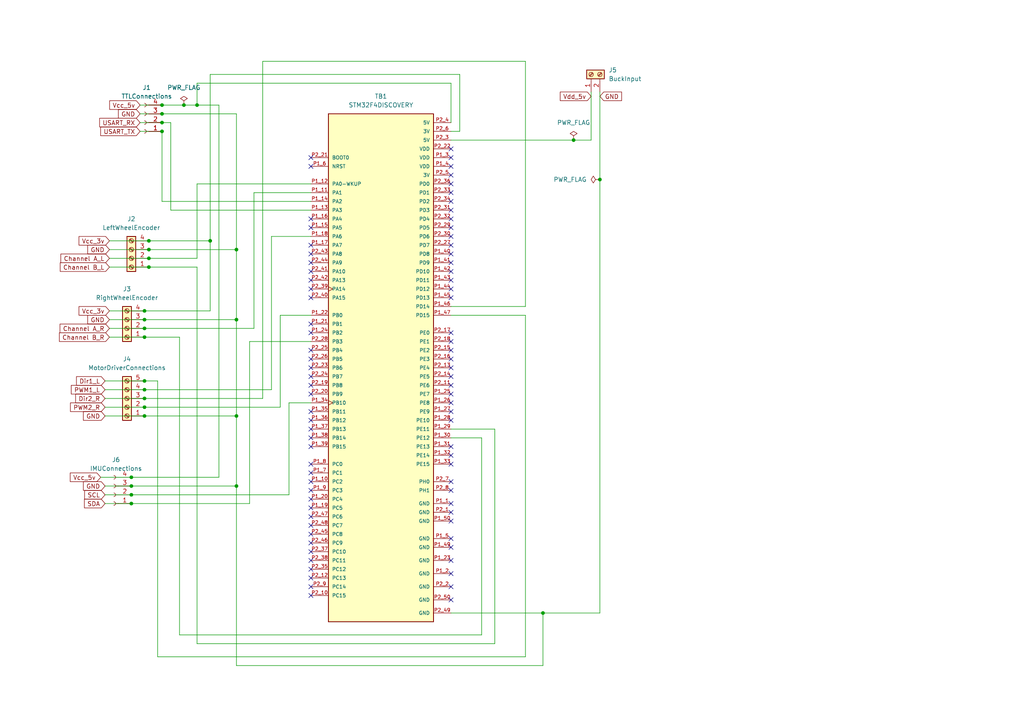
<source format=kicad_sch>
(kicad_sch (version 20231120) (generator "eeschema") (generator_version "8.0")
  (paper "A4")
  (title_block (title "STM32_carrier_Drive"))
  (lib_symbols
    (symbol "Connector:Conn_01x04_Socket" (pin_names (offset 1.016) hide)
      (property "Reference" "J" (at 0 5.08 0))
      (property "Value" "Conn_01x04_Socket" (at 0 -7.62 0))
      (symbol "Conn_01x04_Socket_1_1"
        (arc (start 0 -4.572) (mid -0.5058 -5.08) (end 0 -5.588) (stroke (width 0.1524)))
        (arc (start 0 -2.032) (mid -0.5058 -2.54) (end 0 -3.048) (stroke (width 0.1524)))
        (polyline (pts (xy -1.27 -5.08) (xy -0.508 -5.08)) (stroke (width 0.1524)))
        (polyline (pts (xy -1.27 -2.54) (xy -0.508 -2.54)) (stroke (width 0.1524)))
        (polyline (pts (xy -1.27 0) (xy -0.508 0)) (stroke (width 0.1524)))
        (polyline (pts (xy -1.27 2.54) (xy -0.508 2.54)) (stroke (width 0.1524)))
        (arc (start 0 0.508) (mid -0.5058 0) (end 0 -0.508) (stroke (width 0.1524)))
        (arc (start 0 3.048) (mid -0.5058 2.54) (end 0 2.032) (stroke (width 0.1524)))
        (pin passive line (at -5.08 2.54 0) (length 3.81) (name "Pin_1") (number "1"))
        (pin passive line (at -5.08 0 0) (length 3.81) (name "Pin_2") (number "2"))
        (pin passive line (at -5.08 -2.54 0) (length 3.81) (name "Pin_3") (number "3"))
        (pin passive line (at -5.08 -5.08 0) (length 3.81) (name "Pin_4") (number "4"))
      )
    )
    (symbol "Connector:Screw_Terminal_01x02" (pin_names (offset 1.016) hide)
      (property "Reference" "J" (at 0 2.54 0))
      (property "Value" "Screw_Terminal_01x02" (at 0 -5.08 0))
      (symbol "Screw_Terminal_01x02_1_1"
        (rectangle (start -1.27 1.27) (end 1.27 -3.81) (stroke (width 0.254)) (fill (type background)))
        (circle (center 0 -2.54) (radius 0.635) (stroke (width 0.1524)))
        (polyline (pts (xy -0.5334 -2.2098) (xy 0.3302 -3.048)) (stroke (width 0.1524)))
        (polyline (pts (xy -0.5334 0.3302) (xy 0.3302 -0.508)) (stroke (width 0.1524)))
        (polyline (pts (xy -0.3556 -2.032) (xy 0.508 -2.8702)) (stroke (width 0.1524)))
        (polyline (pts (xy -0.3556 0.508) (xy 0.508 -0.3302)) (stroke (width 0.1524)))
        (circle (center 0 0) (radius 0.635) (stroke (width 0.1524)))
        (pin passive line (at -5.08 0 0) (length 3.81) (name "Pin_1") (number "1"))
        (pin passive line (at -5.08 -2.54 0) (length 3.81) (name "Pin_2") (number "2"))
      )
    )
    (symbol "Connector:Screw_Terminal_01x04" (pin_names (offset 1.016) hide)
      (property "Reference" "J" (at 0 5.08 0))
      (property "Value" "Screw_Terminal_01x04" (at 0 -7.62 0))
      (symbol "Screw_Terminal_01x04_1_1"
        (rectangle (start -1.27 3.81) (end 1.27 -6.35) (stroke (width 0.254)) (fill (type background)))
        (circle (center 0 -5.08) (radius 0.635) (stroke (width 0.1524)))
        (circle (center 0 -2.54) (radius 0.635) (stroke (width 0.1524)))
        (polyline (pts (xy -0.5334 -4.7498) (xy 0.3302 -5.588)) (stroke (width 0.1524)))
        (polyline (pts (xy -0.5334 -2.2098) (xy 0.3302 -3.048)) (stroke (width 0.1524)))
        (polyline (pts (xy -0.5334 0.3302) (xy 0.3302 -0.508)) (stroke (width 0.1524)))
        (polyline (pts (xy -0.5334 2.8702) (xy 0.3302 2.032)) (stroke (width 0.1524)))
        (polyline (pts (xy -0.3556 -4.572) (xy 0.508 -5.4102)) (stroke (width 0.1524)))
        (polyline (pts (xy -0.3556 -2.032) (xy 0.508 -2.8702)) (stroke (width 0.1524)))
        (polyline (pts (xy -0.3556 0.508) (xy 0.508 -0.3302)) (stroke (width 0.1524)))
        (polyline (pts (xy -0.3556 3.048) (xy 0.508 2.2098)) (stroke (width 0.1524)))
        (circle (center 0 0) (radius 0.635) (stroke (width 0.1524)))
        (circle (center 0 2.54) (radius 0.635) (stroke (width 0.1524)))
        (pin passive line (at -5.08 2.54 0) (length 3.81) (name "Pin_1") (number "1"))
        (pin passive line (at -5.08 0 0) (length 3.81) (name "Pin_2") (number "2"))
        (pin passive line (at -5.08 -2.54 0) (length 3.81) (name "Pin_3") (number "3"))
        (pin passive line (at -5.08 -5.08 0) (length 3.81) (name "Pin_4") (number "4"))
      )
    )
    (symbol "Connector:Screw_Terminal_01x05" (pin_names (offset 1.016) hide)
      (property "Reference" "J" (at 0 7.62 0))
      (property "Value" "Screw_Terminal_01x05" (at 0 -7.62 0))
      (symbol "Screw_Terminal_01x05_1_1"
        (rectangle (start -1.27 6.35) (end 1.27 -6.35) (stroke (width 0.254)) (fill (type background)))
        (circle (center 0 -5.08) (radius 0.635) (stroke (width 0.1524)))
        (circle (center 0 -2.54) (radius 0.635) (stroke (width 0.1524)))
        (polyline (pts (xy -0.5334 -4.7498) (xy 0.3302 -5.588)) (stroke (width 0.1524)))
        (polyline (pts (xy -0.5334 -2.2098) (xy 0.3302 -3.048)) (stroke (width 0.1524)))
        (polyline (pts (xy -0.5334 0.3302) (xy 0.3302 -0.508)) (stroke (width 0.1524)))
        (polyline (pts (xy -0.5334 2.8702) (xy 0.3302 2.032)) (stroke (width 0.1524)))
        (polyline (pts (xy -0.5334 5.4102) (xy 0.3302 4.572)) (stroke (width 0.1524)))
        (polyline (pts (xy -0.3556 -4.572) (xy 0.508 -5.4102)) (stroke (width 0.1524)))
        (polyline (pts (xy -0.3556 -2.032) (xy 0.508 -2.8702)) (stroke (width 0.1524)))
        (polyline (pts (xy -0.3556 0.508) (xy 0.508 -0.3302)) (stroke (width 0.1524)))
        (polyline (pts (xy -0.3556 3.048) (xy 0.508 2.2098)) (stroke (width 0.1524)))
        (polyline (pts (xy -0.3556 5.588) (xy 0.508 4.7498)) (stroke (width 0.1524)))
        (circle (center 0 0) (radius 0.635) (stroke (width 0.1524)))
        (circle (center 0 2.54) (radius 0.635) (stroke (width 0.1524)))
        (circle (center 0 5.08) (radius 0.635) (stroke (width 0.1524)))
        (pin passive line (at -5.08 5.08 0) (length 3.81) (name "Pin_1") (number "1"))
        (pin passive line (at -5.08 2.54 0) (length 3.81) (name "Pin_2") (number "2"))
        (pin passive line (at -5.08 0 0) (length 3.81) (name "Pin_3") (number "3"))
        (pin passive line (at -5.08 -2.54 0) (length 3.81) (name "Pin_4") (number "4"))
        (pin passive line (at -5.08 -5.08 0) (length 3.81) (name "Pin_5") (number "5"))
      )
    )
    (symbol "STM32F4DISCOVERY:STM32F4DISCOVERY" (pin_names (offset 1.016))
      (property "Reference" "TB" (at -15.2416 74.1716 0))
      (property "Value" "STM32F4DISCOVERY" (at -15.2403 -76.2007 0))
      (symbol "STM32F4DISCOVERY_0_0"
        (rectangle (start -15.24 -73.66) (end 15.24 73.66) (stroke (width 0.254)) (fill (type background)))
        (pin power_in line (at 20.32 -39.37 180) (length 5.08) (name "GND") (number "P1_1"))
        (pin bidirectional line (at -20.32 -33.02 0) (length 5.08) (name "PC2") (number "P1_10"))
        (pin bidirectional line (at -20.32 50.8 0) (length 5.08) (name "PA1") (number "P1_11"))
        (pin bidirectional line (at -20.32 53.34 0) (length 5.08) (name "PA0-WKUP") (number "P1_12"))
        (pin bidirectional line (at -20.32 45.72 0) (length 5.08) (name "PA3") (number "P1_13"))
        (pin bidirectional line (at -20.32 48.26 0) (length 5.08) (name "PA2") (number "P1_14"))
        (pin bidirectional line (at -20.32 40.64 0) (length 5.08) (name "PA5") (number "P1_15"))
        (pin bidirectional line (at -20.32 43.18 0) (length 5.08) (name "PA4") (number "P1_16"))
        (pin bidirectional line (at -20.32 35.56 0) (length 5.08) (name "PA7") (number "P1_17"))
        (pin bidirectional line (at -20.32 38.1 0) (length 5.08) (name "PA6") (number "P1_18"))
        (pin bidirectional line (at -20.32 -40.64 0) (length 5.08) (name "PC5") (number "P1_19"))
        (pin power_in line (at 20.32 -59.69 180) (length 5.08) (name "GND") (number "P1_2"))
        (pin bidirectional line (at -20.32 -38.1 0) (length 5.08) (name "PC4") (number "P1_20"))
        (pin bidirectional line (at -20.32 12.7 0) (length 5.08) (name "PB1") (number "P1_21"))
        (pin bidirectional line (at -20.32 15.24 0) (length 5.08) (name "PB0") (number "P1_22"))
        (pin power_in line (at 20.32 -55.88 180) (length 5.08) (name "GND") (number "P1_23"))
        (pin bidirectional line (at -20.32 10.16 0) (length 5.08) (name "PB2") (number "P1_24"))
        (pin bidirectional line (at 20.32 -7.62 180) (length 5.08) (name "PE7") (number "P1_25"))
        (pin bidirectional line (at 20.32 -10.16 180) (length 5.08) (name "PE8") (number "P1_26"))
        (pin bidirectional line (at 20.32 -12.7 180) (length 5.08) (name "PE9") (number "P1_27"))
        (pin bidirectional line (at 20.32 -15.24 180) (length 5.08) (name "PE10") (number "P1_28"))
        (pin bidirectional line (at 20.32 -17.78 180) (length 5.08) (name "PE11") (number "P1_29"))
        (pin power_in line (at 20.32 60.96 180) (length 5.08) (name "VDD") (number "P1_3"))
        (pin bidirectional line (at 20.32 -20.32 180) (length 5.08) (name "PE12") (number "P1_30"))
        (pin bidirectional line (at 20.32 -22.86 180) (length 5.08) (name "PE13") (number "P1_31"))
        (pin bidirectional line (at 20.32 -25.4 180) (length 5.08) (name "PE14") (number "P1_32"))
        (pin bidirectional line (at 20.32 -27.94 180) (length 5.08) (name "PE15") (number "P1_33"))
        (pin bidirectional clock (at -20.32 -10.16 0) (length 5.08) (name "PB10") (number "P1_34"))
        (pin bidirectional line (at -20.32 -12.7 0) (length 5.08) (name "PB11") (number "P1_35"))
        (pin bidirectional line (at -20.32 -15.24 0) (length 5.08) (name "PB12") (number "P1_36"))
        (pin bidirectional line (at -20.32 -17.78 0) (length 5.08) (name "PB13") (number "P1_37"))
        (pin bidirectional line (at -20.32 -20.32 0) (length 5.08) (name "PB14") (number "P1_38"))
        (pin bidirectional line (at -20.32 -22.86 0) (length 5.08) (name "PB15") (number "P1_39"))
        (pin power_in line (at 20.32 58.42 180) (length 5.08) (name "VDD") (number "P1_4"))
        (pin bidirectional line (at 20.32 33.02 180) (length 5.08) (name "PD8") (number "P1_40"))
        (pin bidirectional line (at 20.32 30.48 180) (length 5.08) (name "PD9") (number "P1_41"))
        (pin bidirectional line (at 20.32 27.94 180) (length 5.08) (name "PD10") (number "P1_42"))
        (pin bidirectional line (at 20.32 25.4 180) (length 5.08) (name "PD11") (number "P1_43"))
        (pin bidirectional line (at 20.32 22.86 180) (length 5.08) (name "PD12") (number "P1_44"))
        (pin bidirectional line (at 20.32 20.32 180) (length 5.08) (name "PD13") (number "P1_45"))
        (pin bidirectional line (at 20.32 17.78 180) (length 5.08) (name "PD14") (number "P1_46"))
        (pin bidirectional line (at 20.32 15.24 180) (length 5.08) (name "PD15") (number "P1_47"))
        (pin power_in line (at 20.32 -52.07 180) (length 5.08) (name "GND") (number "P1_49"))
        (pin power_in line (at 20.32 -49.53 180) (length 5.08) (name "GND") (number "P1_5"))
        (pin power_in line (at 20.32 -44.45 180) (length 5.08) (name "GND") (number "P1_50"))
        (pin input line (at -20.32 58.42 0) (length 5.08) (name "NRST") (number "P1_6"))
        (pin bidirectional line (at -20.32 -30.48 0) (length 5.08) (name "PC1") (number "P1_7"))
        (pin bidirectional line (at -20.32 -27.94 0) (length 5.08) (name "PC0") (number "P1_8"))
        (pin bidirectional line (at -20.32 -35.56 0) (length 5.08) (name "PC3") (number "P1_9"))
        (pin power_in line (at 20.32 -41.91 180) (length 5.08) (name "GND") (number "P2_1"))
        (pin bidirectional line (at -20.32 -66.04 0) (length 5.08) (name "PC15") (number "P2_10"))
        (pin bidirectional line (at 20.32 -5.08 180) (length 5.08) (name "PE6") (number "P2_11"))
        (pin bidirectional line (at -20.32 -60.96 0) (length 5.08) (name "PC13") (number "P2_12"))
        (pin bidirectional line (at 20.32 0 180) (length 5.08) (name "PE4") (number "P2_13"))
        (pin bidirectional line (at 20.32 -2.54 180) (length 5.08) (name "PE5") (number "P2_14"))
        (pin bidirectional line (at 20.32 5.08 180) (length 5.08) (name "PE2") (number "P2_15"))
        (pin bidirectional line (at 20.32 2.54 180) (length 5.08) (name "PE3") (number "P2_16"))
        (pin bidirectional line (at 20.32 10.16 180) (length 5.08) (name "PE0") (number "P2_17"))
        (pin bidirectional line (at 20.32 7.62 180) (length 5.08) (name "PE1") (number "P2_18"))
        (pin bidirectional line (at -20.32 -5.08 0) (length 5.08) (name "PB8") (number "P2_19"))
        (pin power_in line (at 20.32 -63.5 180) (length 5.08) (name "GND") (number "P2_2"))
        (pin bidirectional line (at -20.32 -7.62 0) (length 5.08) (name "PB9") (number "P2_20"))
        (pin input line (at -20.32 60.96 0) (length 5.08) (name "BOOT0") (number "P2_21"))
        (pin power_in line (at 20.32 63.5 180) (length 5.08) (name "VDD") (number "P2_22"))
        (pin bidirectional line (at -20.32 0 0) (length 5.08) (name "PB6") (number "P2_23"))
        (pin bidirectional line (at -20.32 -2.54 0) (length 5.08) (name "PB7") (number "P2_24"))
        (pin bidirectional line (at -20.32 5.08 0) (length 5.08) (name "PB4") (number "P2_25"))
        (pin bidirectional line (at -20.32 2.54 0) (length 5.08) (name "PB5") (number "P2_26"))
        (pin bidirectional line (at 20.32 35.56 180) (length 5.08) (name "PD7") (number "P2_27"))
        (pin bidirectional line (at -20.32 7.62 0) (length 5.08) (name "PB3") (number "P2_28"))
        (pin bidirectional line (at 20.32 40.64 180) (length 5.08) (name "PD5") (number "P2_29"))
        (pin power_in line (at 20.32 66.04 180) (length 5.08) (name "5V") (number "P2_3"))
        (pin bidirectional line (at 20.32 38.1 180) (length 5.08) (name "PD6") (number "P2_30"))
        (pin bidirectional line (at 20.32 45.72 180) (length 5.08) (name "PD3") (number "P2_31"))
        (pin bidirectional line (at 20.32 43.18 180) (length 5.08) (name "PD4") (number "P2_32"))
        (pin bidirectional line (at 20.32 50.8 180) (length 5.08) (name "PD1") (number "P2_33"))
        (pin bidirectional line (at 20.32 48.26 180) (length 5.08) (name "PD2") (number "P2_34"))
        (pin bidirectional line (at -20.32 -58.42 0) (length 5.08) (name "PC12") (number "P2_35"))
        (pin bidirectional line (at 20.32 53.34 180) (length 5.08) (name "PD0") (number "P2_36"))
        (pin bidirectional line (at -20.32 -53.34 0) (length 5.08) (name "PC10") (number "P2_37"))
        (pin bidirectional line (at -20.32 -55.88 0) (length 5.08) (name "PC11") (number "P2_38"))
        (pin bidirectional clock (at -20.32 22.86 0) (length 5.08) (name "PA14") (number "P2_39"))
        (pin power_in line (at 20.32 71.12 180) (length 5.08) (name "5V") (number "P2_4"))
        (pin bidirectional line (at -20.32 20.32 0) (length 5.08) (name "PA15") (number "P2_40"))
        (pin bidirectional line (at -20.32 27.94 0) (length 5.08) (name "PA10") (number "P2_41"))
        (pin bidirectional line (at -20.32 25.4 0) (length 5.08) (name "PA13") (number "P2_42"))
        (pin bidirectional line (at -20.32 33.02 0) (length 5.08) (name "PA8") (number "P2_43"))
        (pin bidirectional line (at -20.32 30.48 0) (length 5.08) (name "PA9") (number "P2_44"))
        (pin bidirectional line (at -20.32 -48.26 0) (length 5.08) (name "PC8") (number "P2_45"))
        (pin bidirectional line (at -20.32 -50.8 0) (length 5.08) (name "PC9") (number "P2_46"))
        (pin bidirectional line (at -20.32 -43.18 0) (length 5.08) (name "PC6") (number "P2_47"))
        (pin bidirectional line (at -20.32 -45.72 0) (length 5.08) (name "PC7") (number "P2_48"))
        (pin power_in line (at 20.32 -71.12 180) (length 5.08) (name "GND") (number "P2_49"))
        (pin power_in line (at 20.32 55.88 180) (length 5.08) (name "3V") (number "P2_5"))
        (pin power_in line (at 20.32 -67.31 180) (length 5.08) (name "GND") (number "P2_50"))
        (pin bidirectional line (at 20.32 -33.02 180) (length 5.08) (name "PH0") (number "P2_7"))
        (pin bidirectional line (at 20.32 -35.56 180) (length 5.08) (name "PH1") (number "P2_8"))
        (pin bidirectional line (at -20.32 -63.5 0) (length 5.08) (name "PC14") (number "P2_9"))
      )
      (symbol "STM32F4DISCOVERY_1_0"
        (pin bidirectional line (at 20.32 68.58 180) (length 5.08) (name "3V") (number "P2_6"))
      )
    )
    (symbol "power:PWR_FLAG" (power) (pin_numbers hide) (pin_names (offset 0) hide)
      (property "Value" "PWR_FLAG" (at 0 3.81 0))
      (symbol "PWR_FLAG_0_0"
        (pin power_out line (at 0 0 90) (length 0) (name "~") (number "1"))
      )
      (symbol "PWR_FLAG_0_1"
        (polyline (pts (xy 0 0) (xy 0 1.27) (xy -1.016 1.905) (xy 0 2.54) (xy 1.016 1.905) (xy 0 1.27)))
      )
    )
  )
  (junction (at 43.18 77.47))
  (junction (at 68.58 92.71))
  (junction (at 57.15 30.48))
  (junction (at 41.91 113.03))
  (junction (at 43.18 72.39))
  (junction (at 166.37 40.64))
  (junction (at 41.91 97.79))
  (junction (at 38.1 138.43))
  (junction (at 68.58 140.97))
  (junction (at 41.91 92.71))
  (junction (at 68.58 72.39))
  (junction (at 43.18 69.85))
  (junction (at 46.99 33.02))
  (junction (at 46.99 30.48))
  (junction (at 68.58 120.65))
  (junction (at 46.99 38.1))
  (junction (at 41.91 115.57))
  (junction (at 38.1 146.05))
  (junction (at 41.91 110.49))
  (junction (at 41.91 95.25))
  (junction (at 38.1 140.97))
  (junction (at 43.18 74.93))
  (junction (at 41.91 118.11))
  (junction (at 41.91 120.65))
  (junction (at 46.99 35.56))
  (junction (at 41.91 90.17))
  (junction (at 173.99 52.07))
  (junction (at 53.34 30.48))
  (junction (at 157.48 177.8))
  (junction (at 38.1 143.51))
  (junction (at 60.96 69.85))
  (no_connect (at 90.17 78.74))
  (no_connect (at 90.17 66.04))
  (no_connect (at 90.17 104.14))
  (no_connect (at 90.17 114.3))
  (no_connect (at 130.81 142.24))
  (no_connect (at 90.17 149.86))
  (no_connect (at 90.17 71.12))
  (no_connect (at 90.17 134.62))
  (no_connect (at 90.17 165.1))
  (no_connect (at 90.17 160.02))
  (no_connect (at 90.17 81.28))
  (no_connect (at 130.81 60.96))
  (no_connect (at 90.17 101.6))
  (no_connect (at 130.81 114.3))
  (no_connect (at 130.81 96.52))
  (no_connect (at 130.81 116.84))
  (no_connect (at 130.81 99.06))
  (no_connect (at 130.81 106.68))
  (no_connect (at 130.81 158.75))
  (no_connect (at 90.17 144.78))
  (no_connect (at 130.81 53.34))
  (no_connect (at 90.17 76.2))
  (no_connect (at 130.81 119.38))
  (no_connect (at 130.81 66.04))
  (no_connect (at 90.17 109.22))
  (no_connect (at 130.81 170.18))
  (no_connect (at 90.17 154.94))
  (no_connect (at 130.81 55.88))
  (no_connect (at 130.81 104.14))
  (no_connect (at 90.17 63.5))
  (no_connect (at 90.17 157.48))
  (no_connect (at 130.81 50.8))
  (no_connect (at 90.17 124.46))
  (no_connect (at 90.17 119.38))
  (no_connect (at 130.81 78.74))
  (no_connect (at 90.17 106.68))
  (no_connect (at 130.81 146.05))
  (no_connect (at 130.81 86.36))
  (no_connect (at 90.17 45.72))
  (no_connect (at 90.17 147.32))
  (no_connect (at 90.17 139.7))
  (no_connect (at 130.81 129.54))
  (no_connect (at 90.17 162.56))
  (no_connect (at 130.81 68.58))
  (no_connect (at 90.17 48.26))
  (no_connect (at 130.81 111.76))
  (no_connect (at 130.81 166.37))
  (no_connect (at 90.17 111.76))
  (no_connect (at 90.17 73.66))
  (no_connect (at 90.17 142.24))
  (no_connect (at 130.81 151.13))
  (no_connect (at 90.17 170.18))
  (no_connect (at 130.81 148.59))
  (no_connect (at 130.81 81.28))
  (no_connect (at 90.17 129.54))
  (no_connect (at 130.81 162.56))
  (no_connect (at 130.81 58.42))
  (no_connect (at 90.17 137.16))
  (no_connect (at 130.81 121.92))
  (no_connect (at 90.17 121.92))
  (no_connect (at 90.17 127))
  (no_connect (at 130.81 101.6))
  (no_connect (at 90.17 86.36))
  (no_connect (at 90.17 167.64))
  (no_connect (at 130.81 132.08))
  (no_connect (at 130.81 83.82))
  (no_connect (at 90.17 93.98))
  (no_connect (at 130.81 109.22))
  (no_connect (at 130.81 45.72))
  (no_connect (at 90.17 152.4))
  (no_connect (at 130.81 173.99))
  (no_connect (at 130.81 156.21))
  (no_connect (at 130.81 48.26))
  (no_connect (at 130.81 139.7))
  (no_connect (at 130.81 76.2))
  (no_connect (at 130.81 43.18))
  (no_connect (at 130.81 63.5))
  (no_connect (at 130.81 71.12))
  (no_connect (at 130.81 73.66))
  (no_connect (at 90.17 96.52))
  (no_connect (at 90.17 172.72))
  (no_connect (at 90.17 83.82))
  (no_connect (at 130.81 134.62))
  (wire (pts (xy 52.07 184.15) (xy 52.07 97.79)))
  (wire (pts (xy 78.74 68.58) (xy 78.74 113.03)))
  (wire (pts (xy 41.91 113.03) (xy 78.74 113.03)))
  (wire (pts (xy 90.17 60.96) (xy 49.53 60.96)))
  (wire (pts (xy 30.48 120.65) (xy 41.91 120.65)))
  (wire (pts (xy 30.48 140.97) (xy 38.1 140.97)))
  (wire (pts (xy 40.64 35.56) (xy 46.99 35.56)))
  (wire (pts (xy 171.45 40.64) (xy 166.37 40.64)))
  (wire (pts (xy 68.58 120.65) (xy 68.58 140.97)))
  (wire (pts (xy 173.99 52.07) (xy 173.99 177.8)))
  (wire (pts (xy 60.96 21.59) (xy 60.96 69.85)))
  (wire (pts (xy 133.35 21.59) (xy 60.96 21.59)))
  (wire (pts (xy 46.99 58.42) (xy 46.99 38.1)))
  (wire (pts (xy 40.64 30.48) (xy 46.99 30.48)))
  (wire (pts (xy 173.99 26.67) (xy 173.99 52.07)))
  (wire (pts (xy 31.75 74.93) (xy 43.18 74.93)))
  (wire (pts (xy 90.17 58.42) (xy 46.99 58.42)))
  (wire (pts (xy 43.18 74.93) (xy 57.15 74.93)))
  (wire (pts (xy 90.17 91.44) (xy 81.28 91.44)))
  (wire (pts (xy 31.75 95.25) (xy 41.91 95.25)))
  (wire (pts (xy 30.48 110.49) (xy 41.91 110.49)))
  (wire (pts (xy 130.81 24.13) (xy 130.81 35.56)))
  (wire (pts (xy 38.1 138.43) (xy 63.5 138.43)))
  (wire (pts (xy 57.15 30.48) (xy 63.5 30.48)))
  (wire (pts (xy 29.21 138.43) (xy 38.1 138.43)))
  (wire (pts (xy 63.5 30.48) (xy 63.5 138.43)))
  (wire (pts (xy 90.17 53.34) (xy 57.15 53.34)))
  (wire (pts (xy 49.53 35.56) (xy 49.53 60.96)))
  (wire (pts (xy 46.99 33.02) (xy 68.58 33.02)))
  (wire (pts (xy 152.4 91.44) (xy 152.4 190.5)))
  (wire (pts (xy 130.81 38.1) (xy 133.35 38.1)))
  (wire (pts (xy 57.15 186.69) (xy 57.15 77.47)))
  (wire (pts (xy 43.18 69.85) (xy 60.96 69.85)))
  (wire (pts (xy 41.91 110.49) (xy 45.72 110.49)))
  (wire (pts (xy 68.58 72.39) (xy 68.58 92.71)))
  (wire (pts (xy 143.51 186.69) (xy 57.15 186.69)))
  (wire (pts (xy 60.96 90.17) (xy 60.96 69.85)))
  (wire (pts (xy 57.15 53.34) (xy 57.15 74.93)))
  (wire (pts (xy 41.91 115.57) (xy 76.2 115.57)))
  (wire (pts (xy 81.28 91.44) (xy 81.28 118.11)))
  (wire (pts (xy 68.58 72.39) (xy 68.58 33.02)))
  (wire (pts (xy 40.64 38.1) (xy 46.99 38.1)))
  (wire (pts (xy 68.58 140.97) (xy 68.58 193.04)))
  (wire (pts (xy 73.66 55.88) (xy 73.66 95.25)))
  (wire (pts (xy 57.15 24.13) (xy 57.15 30.48)))
  (wire (pts (xy 90.17 55.88) (xy 73.66 55.88)))
  (wire (pts (xy 152.4 17.78) (xy 76.2 17.78)))
  (wire (pts (xy 46.99 30.48) (xy 53.34 30.48)))
  (wire (pts (xy 133.35 38.1) (xy 133.35 21.59)))
  (wire (pts (xy 139.7 127) (xy 139.7 184.15)))
  (wire (pts (xy 41.91 120.65) (xy 68.58 120.65)))
  (wire (pts (xy 41.91 97.79) (xy 52.07 97.79)))
  (wire (pts (xy 171.45 26.67) (xy 171.45 40.64)))
  (wire (pts (xy 38.1 143.51) (xy 83.82 143.51)))
  (wire (pts (xy 90.17 68.58) (xy 78.74 68.58)))
  (wire (pts (xy 157.48 193.04) (xy 68.58 193.04)))
  (wire (pts (xy 41.91 95.25) (xy 73.66 95.25)))
  (wire (pts (xy 152.4 88.9) (xy 152.4 17.78)))
  (wire (pts (xy 90.17 99.06) (xy 72.39 99.06)))
  (wire (pts (xy 143.51 124.46) (xy 143.51 186.69)))
  (wire (pts (xy 41.91 92.71) (xy 68.58 92.71)))
  (wire (pts (xy 166.37 40.64) (xy 130.81 40.64)))
  (wire (pts (xy 83.82 116.84) (xy 83.82 143.51)))
  (wire (pts (xy 139.7 184.15) (xy 52.07 184.15)))
  (wire (pts (xy 43.18 77.47) (xy 57.15 77.47)))
  (wire (pts (xy 130.81 177.8) (xy 157.48 177.8)))
  (wire (pts (xy 31.75 92.71) (xy 41.91 92.71)))
  (wire (pts (xy 30.48 146.05) (xy 38.1 146.05)))
  (wire (pts (xy 49.53 35.56) (xy 46.99 35.56)))
  (wire (pts (xy 68.58 92.71) (xy 68.58 120.65)))
  (wire (pts (xy 152.4 190.5) (xy 45.72 190.5)))
  (wire (pts (xy 43.18 72.39) (xy 68.58 72.39)))
  (wire (pts (xy 41.91 90.17) (xy 60.96 90.17)))
  (wire (pts (xy 40.64 33.02) (xy 46.99 33.02)))
  (wire (pts (xy 76.2 17.78) (xy 76.2 115.57)))
  (wire (pts (xy 72.39 99.06) (xy 72.39 146.05)))
  (wire (pts (xy 31.75 77.47) (xy 43.18 77.47)))
  (wire (pts (xy 53.34 30.48) (xy 57.15 30.48)))
  (wire (pts (xy 157.48 177.8) (xy 173.99 177.8)))
  (wire (pts (xy 38.1 140.97) (xy 68.58 140.97)))
  (wire (pts (xy 41.91 118.11) (xy 81.28 118.11)))
  (wire (pts (xy 45.72 190.5) (xy 45.72 110.49)))
  (wire (pts (xy 30.48 143.51) (xy 38.1 143.51)))
  (wire (pts (xy 31.75 90.17) (xy 41.91 90.17)))
  (wire (pts (xy 30.48 113.03) (xy 41.91 113.03)))
  (wire (pts (xy 130.81 88.9) (xy 152.4 88.9)))
  (wire (pts (xy 30.48 118.11) (xy 41.91 118.11)))
  (wire (pts (xy 38.1 146.05) (xy 72.39 146.05)))
  (wire (pts (xy 130.81 91.44) (xy 152.4 91.44)))
  (wire (pts (xy 130.81 127) (xy 139.7 127)))
  (wire (pts (xy 30.48 115.57) (xy 41.91 115.57)))
  (wire (pts (xy 157.48 177.8) (xy 157.48 193.04)))
  (wire (pts (xy 31.75 97.79) (xy 41.91 97.79)))
  (wire (pts (xy 57.15 24.13) (xy 130.81 24.13)))
  (wire (pts (xy 31.75 72.39) (xy 43.18 72.39)))
  (wire (pts (xy 31.75 69.85) (xy 43.18 69.85)))
  (wire (pts (xy 90.17 116.84) (xy 83.82 116.84)))
  (wire (pts (xy 130.81 124.46) (xy 143.51 124.46)))
  (global_label "PWM1_L" (shape input) (at 30.48 113.03 180) (property "Intersheetrefs" "${INTERSHEET_REFS}" (effects (hide yes))))
  (global_label "Channel B_R" (shape input) (at 31.75 97.79 180) (property "Intersheetrefs" "${INTERSHEET_REFS}" (effects (hide yes))))
  (global_label "Vdd_5v" (shape input) (at 171.45 27.94 180) (property "Intersheetrefs" "${INTERSHEET_REFS}" (effects (hide yes))))
  (global_label "PWM2_R" (shape input) (at 30.48 118.11 180) (property "Intersheetrefs" "${INTERSHEET_REFS}" (effects (hide yes))))
  (global_label "GND" (shape input) (at 31.75 92.71 180) (property "Intersheetrefs" "${INTERSHEET_REFS}" (effects (hide yes))))
  (global_label "Vcc_5v" (shape input) (at 29.21 138.43 180) (property "Intersheetrefs" "${INTERSHEET_REFS}" (effects (hide yes))))
  (global_label "Channel A_R" (shape input) (at 31.75 95.25 180) (property "Intersheetrefs" "${INTERSHEET_REFS}" (effects (hide yes))))
  (global_label "GND" (shape input) (at 30.48 140.97 180) (property "Intersheetrefs" "${INTERSHEET_REFS}" (effects (hide yes))))
  (global_label "GND" (shape input) (at 173.99 27.94 0) (property "Intersheetrefs" "${INTERSHEET_REFS}" (effects (hide yes))))
  (global_label "GND" (shape input) (at 30.48 120.65 180) (property "Intersheetrefs" "${INTERSHEET_REFS}" (effects (hide yes))))
  (global_label "Channel A_L" (shape input) (at 31.75 74.93 180) (property "Intersheetrefs" "${INTERSHEET_REFS}" (effects (hide yes))))
  (global_label "USART_RX" (shape input) (at 40.64 35.56 180) (property "Intersheetrefs" "${INTERSHEET_REFS}" (effects (hide yes))))
  (global_label "Vcc_3v" (shape input) (at 31.75 90.17 180) (property "Intersheetrefs" "${INTERSHEET_REFS}" (effects (hide yes))))
  (global_label "Vcc_5v" (shape input) (at 40.64 30.48 180) (property "Intersheetrefs" "${INTERSHEET_REFS}" (effects (hide yes))))
  (global_label "GND" (shape input) (at 40.64 33.02 180) (property "Intersheetrefs" "${INTERSHEET_REFS}" (effects (hide yes))))
  (global_label "Channel B_L" (shape input) (at 31.75 77.47 180) (property "Intersheetrefs" "${INTERSHEET_REFS}" (effects (hide yes))))
  (global_label "GND" (shape input) (at 31.75 72.39 180) (property "Intersheetrefs" "${INTERSHEET_REFS}" (effects (hide yes))))
  (global_label "Dir1_L" (shape input) (at 30.48 110.49 180) (property "Intersheetrefs" "${INTERSHEET_REFS}" (effects (hide yes))))
  (global_label "Vcc_3v" (shape input) (at 31.75 69.85 180) (property "Intersheetrefs" "${INTERSHEET_REFS}" (effects (hide yes))))
  (global_label "Dir2_R" (shape input) (at 30.48 115.57 180) (property "Intersheetrefs" "${INTERSHEET_REFS}" (effects (hide yes))))
  (global_label "SCL" (shape input) (at 30.48 143.51 180) (property "Intersheetrefs" "${INTERSHEET_REFS}" (effects (hide yes))))
  (global_label "SDA" (shape input) (at 30.48 146.05 180) (property "Intersheetrefs" "${INTERSHEET_REFS}" (effects (hide yes))))
  (global_label "USART_TX" (shape input) (at 40.64 38.1 180) (property "Intersheetrefs" "${INTERSHEET_REFS}" (effects (hide yes))))
  (symbol (lib_id "Connector:Screw_Terminal_01x05") (at 36.83 115.57 180) (unit 1)
    (property "Reference" "J4" (at 36.83 104.14 0))
    (property "Value" "MotorDriverConnections" (at 36.83 106.68 0))
    (property "Footprint" "TerminalBlock:TerminalBlock_Xinya_XY308-2.54-5P_1x05_P2.54mm_Horizontal" (effects (hide yes)))
    (property "Description" "Generic screw terminal, single row, 01x05, script generated (kicad-library-utils/schlib/autogen/connector/)" (effects (hide yes)))
  )
  (symbol (lib_id "power:PWR_FLAG") (at 173.99 52.07 90) (unit 1)
    (property "Reference" "#FLG03" (effects (hide yes)))
    (property "Value" "PWR_FLAG" (at 170.18 52.0699 90) (effects (justify left)))
    (property "Description" "Special symbol for telling ERC where power comes from" (effects (hide yes)))
  )
  (symbol (lib_id "power:PWR_FLAG") (at 166.37 40.64 0) (unit 1)
    (property "Reference" "#FLG01" (effects (hide yes)))
    (property "Value" "PWR_FLAG" (at 166.37 35.56 0))
    (property "Description" "Special symbol for telling ERC where power comes from" (effects (hide yes)))
  )
  (symbol (lib_id "power:PWR_FLAG") (at 53.34 30.48 0) (unit 1)
    (property "Reference" "#FLG02" (effects (hide yes)))
    (property "Value" "PWR_FLAG" (at 53.34 25.4 0))
    (property "Description" "Special symbol for telling ERC where power comes from" (effects (hide yes)))
  )
  (symbol (lib_id "Connector:Screw_Terminal_01x02") (at 171.45 21.59 90) (unit 1)
    (property "Reference" "J5" (at 176.53 20.3199 90) (effects (justify right)))
    (property "Value" "BuckInput" (at 176.53 22.8599 90) (effects (justify right)))
    (property "Footprint" "TerminalBlock:TerminalBlock_Xinya_XY308-2.54-2P_1x02_P2.54mm_Horizontal" (effects (hide yes)))
    (property "Description" "Generic screw terminal, single row, 01x02, script generated (kicad-library-utils/schlib/autogen/connector/)" (effects (hide yes)))
  )
  (symbol (lib_id "Connector:Conn_01x04_Socket") (at 33.02 143.51 180) (unit 1)
    (property "Reference" "J6" (at 33.655 133.35 0))
    (property "Value" "IMUConnections" (at 33.655 135.89 0))
    (property "Footprint" "Connector_PinSocket_1.00mm:PinSocket_1x04_P1.00mm_Vertical_SMD_Pin1Left" (effects (hide yes)))
    (property "Description" "Generic connector, single row, 01x04, script generated" (effects (hide yes)))
  )
  (symbol (lib_id "Connector:Conn_01x04_Socket") (at 41.91 35.56 180) (unit 1)
    (property "Reference" "J1" (at 42.545 25.4 0))
    (property "Value" "TTLConnections" (at 42.545 27.94 0))
    (property "Footprint" "Connector_PinSocket_1.00mm:PinSocket_1x04_P1.00mm_Vertical_SMD_Pin1Left" (effects (hide yes)))
    (property "Description" "Generic connector, single row, 01x04, script generated" (effects (hide yes)))
  )
  (symbol (lib_id "STM32F4DISCOVERY:STM32F4DISCOVERY") (at 110.49 106.68 0) (unit 1)
    (property "Reference" "TB1" (at 110.49 27.94 0))
    (property "Value" "STM32F4DISCOVERY" (at 110.49 30.48 0))
    (property "Footprint" "astra_power:MODULE_STM32F4DISCOVERY" (effects (hide yes)))
    (property "MF" "STMicroelectronics" (effects (hide yes)))
    (property "Description_1" "\n                        \n                            STM32F407VGT6 Discovery STM32F4 ARM® Cortex®-M4 MCU 32-Bit Embedded Evaluation Board\n                        \n" (effects (hide yes)))
    (property "Package" "None" (effects (hide yes)))
    (property "Price" "None" (effects (hide yes)))
    (property "STANDARD" "Manufacturer Recommendations" (effects (hide yes)))
    (property "PARTREV" "6" (effects (hide yes)))
    (property "SnapEDA_Link" "https://www.snapeda.com/parts/STM32F4DISCOVERY/STMicroelectronics/view-part/?ref=snap" (effects (hide yes)))
    (property "MP" "STM32F4DISCOVERY" (effects (hide yes)))
    (property "Availability" "In Stock" (effects (hide yes)))
    (property "Check_prices" "https://www.snapeda.com/parts/STM32F4DISCOVERY/STMicroelectronics/view-part/?ref=eda" (effects (hide yes)))
  )
  (symbol (lib_id "Connector:Screw_Terminal_01x04") (at 36.83 95.25 180) (unit 1)
    (property "Reference" "J3" (at 36.83 83.82 0))
    (property "Value" "RightWheelEncoder" (at 36.83 86.36 0))
    (property "Footprint" "TerminalBlock:TerminalBlock_Xinya_XY308-2.54-4P_1x04_P2.54mm_Horizontal" (effects (hide yes)))
    (property "Description" "Generic screw terminal, single row, 01x04, script generated (kicad-library-utils/schlib/autogen/connector/)" (effects (hide yes)))
  )
  (symbol (lib_id "Connector:Screw_Terminal_01x04") (at 38.1 74.93 180) (unit 1)
    (property "Reference" "J2" (at 38.1 63.5 0))
    (property "Value" "LeftWheelEncoder" (at 38.1 66.04 0))
    (property "Footprint" "TerminalBlock:TerminalBlock_Xinya_XY308-2.54-4P_1x04_P2.54mm_Horizontal" (effects (hide yes)))
    (property "Description" "Generic screw terminal, single row, 01x04, script generated (kicad-library-utils/schlib/autogen/connector/)" (effects (hide yes)))
  )
)
</source>
